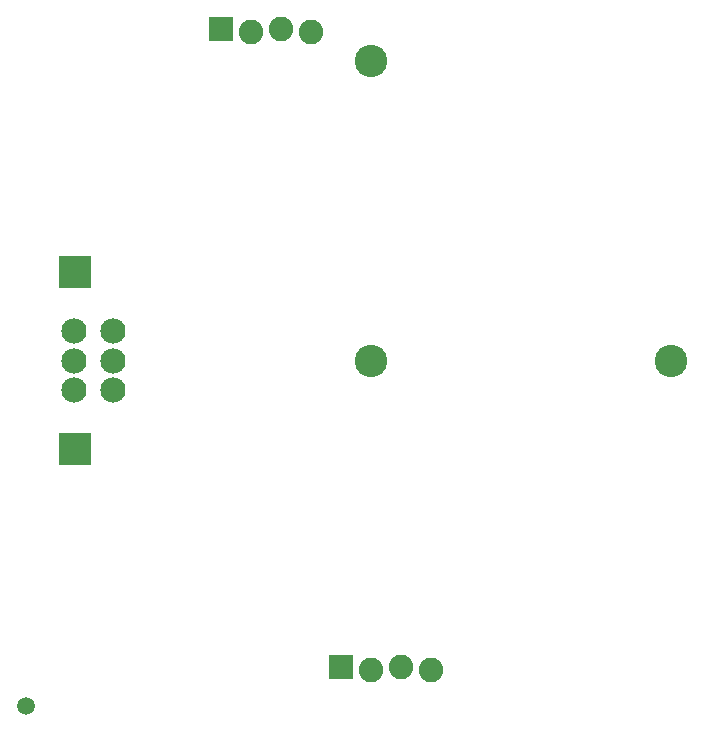
<source format=gbr>
G04 EAGLE Gerber RS-274X export*
G75*
%MOMM*%
%FSLAX34Y34*%
%LPD*%
%INSoldermask Bottom*%
%IPPOS*%
%AMOC8*
5,1,8,0,0,1.08239X$1,22.5*%
G01*
%ADD10C,2.743200*%
%ADD11R,2.743200X2.743200*%
%ADD12R,2.082800X2.082800*%
%ADD13C,2.082800*%
%ADD14C,2.133600*%
%ADD15C,1.503200*%


D10*
X304800Y304800D03*
X304800Y558800D03*
X558800Y304800D03*
D11*
X54800Y229800D03*
X54800Y379800D03*
D12*
X279400Y45720D03*
D13*
X304800Y43180D03*
X330200Y45720D03*
X355600Y43180D03*
D14*
X53350Y279800D03*
X53350Y304800D03*
X53350Y329800D03*
X86350Y279800D03*
X86350Y304800D03*
X86350Y329800D03*
D12*
X177800Y585470D03*
D13*
X203200Y582930D03*
X228600Y585470D03*
X254000Y582930D03*
D15*
X12700Y12700D03*
M02*

</source>
